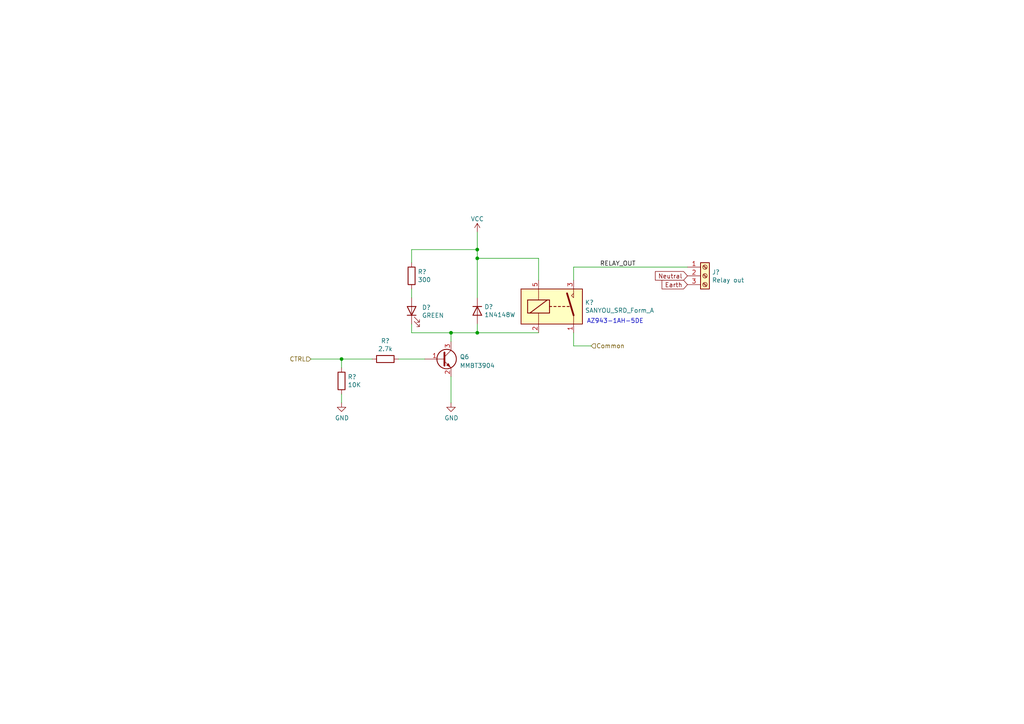
<source format=kicad_sch>
(kicad_sch (version 20230121) (generator eeschema)
  (paper "A4")
  (title_block (title "Automatic Relay Cycler") (date "2023-02-23") (rev "1") (company "Justin Saboury"))
  (lib_symbols
    (symbol "Connector:Screw_Terminal_01x03" (pin_names (offset 1.016) hide)
      (property "Reference" "J" (at 0 5.08 0))
      (property "Value" "Screw_Terminal_01x03" (at 0 -5.08 0))
      (symbol "Screw_Terminal_01x03_1_1"
        (rectangle (start -1.27 3.81) (end 1.27 -3.81) (stroke (width 0.254)) (fill (type background)))
        (circle (center 0 -2.54) (radius 0.635) (stroke (width 0.1524)))
        (polyline (pts (xy -0.5334 -2.2098) (xy 0.3302 -3.048)) (stroke (width 0.1524)))
        (polyline (pts (xy -0.5334 0.3302) (xy 0.3302 -0.508)) (stroke (width 0.1524)))
        (polyline (pts (xy -0.5334 2.8702) (xy 0.3302 2.032)) (stroke (width 0.1524)))
        (polyline (pts (xy -0.3556 -2.032) (xy 0.508 -2.8702)) (stroke (width 0.1524)))
        (polyline (pts (xy -0.3556 0.508) (xy 0.508 -0.3302)) (stroke (width 0.1524)))
        (polyline (pts (xy -0.3556 3.048) (xy 0.508 2.2098)) (stroke (width 0.1524)))
        (circle (center 0 0) (radius 0.635) (stroke (width 0.1524)))
        (circle (center 0 2.54) (radius 0.635) (stroke (width 0.1524)))
        (pin passive line (at -5.08 2.54 0) (length 3.81) (name "Pin_1") (number "1"))
        (pin passive line (at -5.08 0 0) (length 3.81) (name "Pin_2") (number "2"))
        (pin passive line (at -5.08 -2.54 0) (length 3.81) (name "Pin_3") (number "3"))
      )
    )
    (symbol "Device:LED" (pin_numbers hide) (pin_names (offset 1.016) hide)
      (property "Reference" "D" (at 0 2.54 0))
      (property "Value" "LED" (at 0 -2.54 0))
      (symbol "LED_0_1"
        (polyline (pts (xy -1.27 -1.27) (xy -1.27 1.27)) (stroke (width 0.254)))
        (polyline (pts (xy -1.27 0) (xy 1.27 0)))
        (polyline (pts (xy 1.27 -1.27) (xy 1.27 1.27) (xy -1.27 0) (xy 1.27 -1.27)) (stroke (width 0.254)))
        (polyline (pts (xy -3.048 -0.762) (xy -4.572 -2.286) (xy -3.81 -2.286) (xy -4.572 -2.286) (xy -4.572 -1.524)))
        (polyline (pts (xy -1.778 -0.762) (xy -3.302 -2.286) (xy -2.54 -2.286) (xy -3.302 -2.286) (xy -3.302 -1.524)))
      )
      (symbol "LED_1_1"
        (pin passive line (at -3.81 0 0) (length 2.54) (name "K") (number "1"))
        (pin passive line (at 3.81 0 180) (length 2.54) (name "A") (number "2"))
      )
    )
    (symbol "Device:R" (pin_numbers hide) (pin_names (offset 0))
      (property "Reference" "R" (at 2.032 0 90))
      (property "Value" "R" (at 0 0 90))
      (symbol "R_0_1"
        (rectangle (start -1.016 -2.54) (end 1.016 2.54) (stroke (width 0.254)))
      )
      (symbol "R_1_1"
        (pin passive line (at 0 3.81 270) (length 1.27) (name "~") (number "1"))
        (pin passive line (at 0 -3.81 90) (length 1.27) (name "~") (number "2"))
      )
    )
    (symbol "Diode:1N4148W" (pin_numbers hide) (pin_names hide)
      (property "Reference" "D" (at 0 2.54 0))
      (property "Value" "1N4148W" (at 0 -2.54 0))
      (symbol "1N4148W_0_1"
        (polyline (pts (xy -1.27 1.27) (xy -1.27 -1.27)) (stroke (width 0.254)))
        (polyline (pts (xy 1.27 0) (xy -1.27 0)))
        (polyline (pts (xy 1.27 1.27) (xy 1.27 -1.27) (xy -1.27 0) (xy 1.27 1.27)) (stroke (width 0.254)))
      )
      (symbol "1N4148W_1_1"
        (pin passive line (at -3.81 0 0) (length 2.54) (name "K") (number "1"))
        (pin passive line (at 3.81 0 180) (length 2.54) (name "A") (number "2"))
      )
    )
    (symbol "Relay:SANYOU_SRD_Form_A"
      (property "Reference" "K" (at 8.89 3.81 0))
      (property "Value" "SANYOU_SRD_Form_A" (at 8.89 1.27 0))
      (symbol "SANYOU_SRD_Form_A_0_0"
        (polyline (pts (xy 5.08 5.08) (xy 5.08 2.54) (xy 4.445 3.175) (xy 5.08 3.81)))
      )
      (symbol "SANYOU_SRD_Form_A_0_1"
        (rectangle (start -10.16 5.08) (end 7.62 -5.08) (stroke (width 0.254)) (fill (type background)))
        (rectangle (start -8.255 1.905) (end -1.905 -1.905) (stroke (width 0.254)))
        (polyline (pts (xy -7.62 -1.905) (xy -2.54 1.905)) (stroke (width 0.254)))
        (polyline (pts (xy -5.08 -5.08) (xy -5.08 -1.905)))
        (polyline (pts (xy -5.08 5.08) (xy -5.08 1.905)))
        (polyline (pts (xy -1.905 0) (xy -1.27 0)) (stroke (width 0.254)))
        (polyline (pts (xy -0.635 0) (xy 0 0)) (stroke (width 0.254)))
        (polyline (pts (xy 0.635 0) (xy 1.27 0)) (stroke (width 0.254)))
        (polyline (pts (xy 1.905 0) (xy 2.54 0)) (stroke (width 0.254)))
        (polyline (pts (xy 3.175 0) (xy 3.81 0)) (stroke (width 0.254)))
        (polyline (pts (xy 5.08 -2.54) (xy 3.175 3.81)) (stroke (width 0.508)))
        (polyline (pts (xy 5.08 -2.54) (xy 5.08 -5.08)))
      )
      (symbol "SANYOU_SRD_Form_A_1_1"
        (pin passive line (at 5.08 -7.62 90) (length 2.54) (name "~") (number "1"))
        (pin passive line (at -5.08 -7.62 90) (length 2.54) (name "~") (number "2"))
        (pin passive line (at 5.08 7.62 270) (length 2.54) (name "~") (number "3"))
        (pin passive line (at -5.08 7.62 270) (length 2.54) (name "~") (number "5"))
      )
    )
    (symbol "Transistor_BJT:MMBT3904" (pin_names (offset 0) hide)
      (property "Reference" "Q" (at 5.08 1.905 0))
      (property "Value" "MMBT3904" (at 5.08 0 0))
      (symbol "MMBT3904_0_1"
        (polyline (pts (xy 0.635 0.635) (xy 2.54 2.54)))
        (polyline (pts (xy 0.635 -0.635) (xy 2.54 -2.54) (xy 2.54 -2.54)))
        (polyline (pts (xy 0.635 1.905) (xy 0.635 -1.905) (xy 0.635 -1.905)) (stroke (width 0.508)))
        (polyline (pts (xy 1.27 -1.778) (xy 1.778 -1.27) (xy 2.286 -2.286) (xy 1.27 -1.778) (xy 1.27 -1.778)) (fill (type outline)))
        (circle (center 1.27 0) (radius 2.8194) (stroke (width 0.254)))
      )
      (symbol "MMBT3904_1_1"
        (pin input line (at -5.08 0 0) (length 5.715) (name "B") (number "1"))
        (pin passive line (at 2.54 -5.08 90) (length 2.54) (name "E") (number "2"))
        (pin passive line (at 2.54 5.08 270) (length 2.54) (name "C") (number "3"))
      )
    )
    (symbol "power:GND" (power) (pin_names (offset 0))
      (property "Value" "GND" (at 0 -3.81 0))
      (symbol "GND_0_1"
        (polyline (pts (xy 0 0) (xy 0 -1.27) (xy 1.27 -1.27) (xy 0 -2.54) (xy -1.27 -1.27) (xy 0 -1.27)))
      )
      (symbol "GND_1_1"
        (pin power_in line (at 0 0 270) (length 0) hide (name "GND") (number "1"))
      )
    )
    (symbol "power:VCC" (power) (pin_names (offset 0))
      (property "Value" "VCC" (at 0 3.81 0))
      (symbol "VCC_0_1"
        (polyline (pts (xy -0.762 1.27) (xy 0 2.54)))
        (polyline (pts (xy 0 0) (xy 0 2.54)))
        (polyline (pts (xy 0 2.54) (xy 0.762 1.27)))
      )
      (symbol "VCC_1_1"
        (pin power_in line (at 0 0 90) (length 0) hide (name "VCC") (number "1"))
      )
    )
  )
  (junction (at 138.43 96.52))
  (junction (at 138.43 72.39))
  (junction (at 138.43 74.93))
  (junction (at 130.81 96.52))
  (junction (at 99.06 104.14))
  (wire (pts (xy 119.38 72.39) (xy 138.43 72.39)))
  (wire (pts (xy 171.45 100.33) (xy 166.37 100.33)))
  (wire (pts (xy 119.38 86.36) (xy 119.38 83.82)))
  (wire (pts (xy 119.38 93.98) (xy 119.38 96.52)))
  (wire (pts (xy 130.81 99.06) (xy 130.81 96.52)))
  (wire (pts (xy 156.21 74.93) (xy 138.43 74.93)))
  (wire (pts (xy 99.06 106.68) (xy 99.06 104.14)))
  (wire (pts (xy 166.37 81.28) (xy 166.37 77.47)))
  (wire (pts (xy 119.38 76.2) (xy 119.38 72.39)))
  (wire (pts (xy 115.57 104.14) (xy 123.19 104.14)))
  (wire (pts (xy 138.43 72.39) (xy 138.43 74.93)))
  (wire (pts (xy 156.21 96.52) (xy 138.43 96.52)))
  (wire (pts (xy 156.21 81.28) (xy 156.21 74.93)))
  (wire (pts (xy 130.81 116.84) (xy 130.81 109.22)))
  (wire (pts (xy 90.17 104.14) (xy 99.06 104.14)))
  (wire (pts (xy 99.06 104.14) (xy 107.95 104.14)))
  (wire (pts (xy 166.37 77.47) (xy 199.39 77.47)))
  (wire (pts (xy 138.43 96.52) (xy 138.43 93.98)))
  (wire (pts (xy 138.43 67.31) (xy 138.43 72.39)))
  (wire (pts (xy 119.38 96.52) (xy 130.81 96.52)))
  (wire (pts (xy 99.06 116.84) (xy 99.06 114.3)))
  (wire (pts (xy 166.37 100.33) (xy 166.37 96.52)))
  (wire (pts (xy 130.81 96.52) (xy 138.43 96.52)))
  (wire (pts (xy 138.43 74.93) (xy 138.43 86.36)))
  (text "AZ943-1AH-5DE" (at 170.18 93.98 0) (effects (font (size 1.27 1.27)) (justify left bottom)))
  (label "RELAY_OUT" (at 173.99 77.47 0))
  (global_label "Earth" (shape input) (at 199.39 82.55 180) (property "Intersheetrefs" "${INTERSHEET_REFS}" (effects hide)))
  (global_label "Neutral" (shape input) (at 199.39 80.01 180) (property "Intersheetrefs" "${INTERSHEET_REFS}" (effects hide)))
  (hierarchical_label "CTRL" (shape input) (at 90.17 104.14 180))
  (hierarchical_label "Common" (shape input) (at 171.45 100.33 0))
  (symbol (lib_id "Device:R") (at 99.06 110.49 180) (unit 1)
    (property "Reference" "R?" (at 100.838 109.3216 0) (effects (justify right)))
    (property "Value" "10K" (at 100.838 111.633 0) (effects (justify right)))
    (property "Footprint" "Resistor_SMD:R_0603_1608Metric" (effects hide))
    (instances (project "Arduino_Uno_R3_From_Scratch" (path "" (reference "R?") (unit 1)) (path "" (reference "R?") (unit 1)) (path "" (reference "R?") (unit 1)) (path "" (reference "R?") (unit 1))) (project "Autorelay" (path "" (reference "R8") (unit 1)) (path "" (reference "R11") (unit 1)) (path "" (reference "R14") (unit 1)) (path "" (reference "R17") (unit 1))))
  )
  (symbol (lib_id "Device:R") (at 111.76 104.14 90) (unit 1)
    (property "Reference" "R?" (at 111.76 98.8822 90))
    (property "Value" "2.7k" (at 111.76 101.1936 90))
    (property "Footprint" "Resistor_SMD:R_0603_1608Metric" (effects hide))
    (instances (project "Arduino_Uno_R3_From_Scratch" (path "" (reference "R?") (unit 1)) (path "" (reference "R?") (unit 1)) (path "" (reference "R?") (unit 1)) (path "" (reference "R?") (unit 1))) (project "Autorelay" (path "" (reference "R9") (unit 1)) (path "" (reference "R12") (unit 1)) (path "" (reference "R15") (unit 1)) (path "" (reference "R18") (unit 1))))
  )
  (symbol (lib_id "power:GND") (at 130.81 116.84 0) (unit 1)
    (property "Reference" "#PWR?" (effects hide))
    (property "Value" "GND" (at 130.937 121.2342 0))
    (instances (project "Arduino_Uno_R3_From_Scratch" (path "" (reference "#PWR?") (unit 1)) (path "" (reference "#PWR?") (unit 1)) (path "" (reference "#PWR?") (unit 1)) (path "" (reference "#PWR?") (unit 1))) (project "Autorelay" (path "" (reference "#PWR030") (unit 1)) (path "" (reference "#PWR033") (unit 1)) (path "" (reference "#PWR036") (unit 1)) (path "" (reference "#PWR039") (unit 1))))
  )
  (symbol (lib_id "power:GND") (at 99.06 116.84 0) (unit 1)
    (property "Reference" "#PWR?" (effects hide))
    (property "Value" "GND" (at 99.187 121.2342 0))
    (instances (project "Arduino_Uno_R3_From_Scratch" (path "" (reference "#PWR?") (unit 1)) (path "" (reference "#PWR?") (unit 1)) (path "" (reference "#PWR?") (unit 1)) (path "" (reference "#PWR?") (unit 1))) (project "Autorelay" (path "" (reference "#PWR029") (unit 1)) (path "" (reference "#PWR032") (unit 1)) (path "" (reference "#PWR035") (unit 1)) (path "" (reference "#PWR038") (unit 1))))
  )
  (symbol (lib_id "Device:LED") (at 119.38 90.17 90) (unit 1)
    (property "Reference" "D?" (at 122.3772 89.1794 90) (effects (justify right)))
    (property "Value" "GREEN" (at 122.3772 91.4908 90) (effects (justify right)))
    (property "Footprint" "LED_SMD:LED_0805_2012Metric" (effects hide))
    (property "Datasheet" "https://www.kingbrightusa.com/images/catalog/SPEC/APT2012CGCK.pdf" (effects hide))
    (property "PN" "APT2012CGCK" (effects hide))
    (property "LCSC" "C2297" (effects hide))
    (instances (project "Arduino_Uno_R3_From_Scratch" (path "" (reference "D?") (unit 1)) (path "" (reference "D?") (unit 1)) (path "" (reference "D?") (unit 1)) (path "" (reference "D?") (unit 1))) (project "Autorelay" (path "" (reference "D3") (unit 1)) (path "" (reference "D5") (unit 1)) (path "" (reference "D7") (unit 1)) (path "" (reference "D9") (unit 1))))
  )
  (symbol (lib_id "Device:R") (at 119.38 80.01 180) (unit 1)
    (property "Reference" "R?" (at 121.158 78.8416 0) (effects (justify right)))
    (property "Value" "300" (at 121.158 81.153 0) (effects (justify right)))
    (property "Footprint" "Resistor_SMD:R_0603_1608Metric" (effects hide))
    (instances (project "Arduino_Uno_R3_From_Scratch" (path "" (reference "R?") (unit 1)) (path "" (reference "R?") (unit 1)) (path "" (reference "R?") (unit 1)) (path "" (reference "R?") (unit 1))) (project "Autorelay" (path "" (reference "R10") (unit 1)) (path "" (reference "R13") (unit 1)) (path "" (reference "R16") (unit 1)) (path "" (reference "R19") (unit 1))))
  )
  (symbol (lib_id "Relay:SANYOU_SRD_Form_A") (at 161.29 88.9 0) (unit 1)
    (property "Reference" "K?" (at 169.672 87.7316 0) (effects (justify left)))
    (property "Value" "SANYOU_SRD_Form_A" (at 169.672 90.043 0) (effects (justify left)))
    (property "Footprint" "Relay_THT:Relay_SPST_SANYOU_SRD_Series_Form_A" (effects hide))
    (property "Datasheet" "http://www.sanyourelay.ca/public/products/pdf/SRD.pdf" (effects hide))
    (instances (project "Arduino_Uno_R3_From_Scratch" (path "" (reference "K?") (unit 1)) (path "" (reference "K?") (unit 1)) (path "" (reference "K?") (unit 1)) (path "" (reference "K?") (unit 1))) (project "Autorelay" (path "" (reference "K1") (unit 1)) (path "" (reference "K2") (unit 1)) (path "" (reference "K3") (unit 1)) (path "" (reference "K4") (unit 1))))
  )
  (symbol (lib_id "Diode:1N4148W") (at 138.43 90.17 270) (unit 1)
    (property "Reference" "D?" (at 140.462 89.0016 90) (effects (justify left)))
    (property "Value" "1N4148W" (at 140.462 91.313 90) (effects (justify left)))
    (property "Footprint" "Diode_SMD:D_SOD-123" (effects hide))
    (property "Datasheet" "https://www.vishay.com/docs/85748/1n4148w.pdf" (effects hide))
    (property "PN" "1N4148W-7-F" (effects hide))
    (property "LCSC" "C83528" (effects hide))
    (instances (project "Arduino_Uno_R3_From_Scratch" (path "" (reference "D?") (unit 1)) (path "" (reference "D?") (unit 1)) (path "" (reference "D?") (unit 1)) (path "" (reference "D?") (unit 1))) (project "Autorelay" (path "" (reference "D4") (unit 1)) (path "" (reference "D6") (unit 1)) (path "" (reference "D8") (unit 1)) (path "" (reference "D10") (unit 1))))
  )
  (symbol (lib_id "Connector:Screw_Terminal_01x03") (at 204.47 80.01 0) (unit 1)
    (property "Reference" "J?" (at 206.502 78.9432 0) (effects (justify left)))
    (property "Value" "Relay out" (at 206.502 81.2546 0) (effects (justify left)))
    (property "Footprint" "TerminalBlock_Phoenix:TerminalBlock_Phoenix_MKDS-1,5-3-5.08_1x03_P5.08mm_Horizontal" (effects hide))
    (instances (project "Arduino_Uno_R3_From_Scratch" (path "" (reference "J?") (unit 1)) (path "" (reference "J?") (unit 1)) (path "" (reference "J?") (unit 1)) (path "" (reference "J?") (unit 1)) (path "" (reference "J?") (unit 1))) (project "Autorelay" (path "" (reference "J7") (unit 1)) (path "" (reference "J8") (unit 1)) (path "" (reference "J9") (unit 1)) (path "" (reference "J10") (unit 1))))
  )
  (symbol (lib_id "power:VCC") (at 138.43 67.31 0) (unit 1)
    (property "Reference" "#PWR03" (effects hide))
    (property "Value" "VCC" (at 138.43 63.5 0))
    (instances (project "Autorelay" (path "" (reference "#PWR03") (unit 1)) (path "" (reference "#PWR031") (unit 1)) (path "" (reference "#PWR034") (unit 1)) (path "" (reference "#PWR037") (unit 1)) (path "" (reference "#PWR040") (unit 1))))
  )
  (symbol (lib_id "Transistor_BJT:MMBT3904") (at 128.27 104.14 0) (unit 1)
    (property "Reference" "Q6" (at 133.35 103.505 0) (effects (justify left)))
    (property "Value" "MMBT3904" (at 133.35 106.045 0) (effects (justify left)))
    (property "Footprint" "Package_TO_SOT_SMD:SOT-23" (effects hide))
    (property "Datasheet" "https://www.onsemi.com/pub/Collateral/2N3903-D.PDF" (effects hide))
    (property "LCSC" "C20526" (effects hide))
    (instances (project "Autorelay" (path "" (reference "Q6") (unit 1)) (path "" (reference "Q5") (unit 1)) (path "" (reference "Q7") (unit 1)) (path "" (reference "Q8") (unit 1))))
  )
)
</source>
